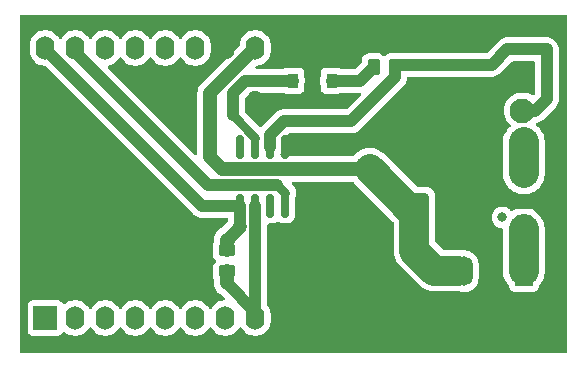
<source format=gbr>
%TF.GenerationSoftware,KiCad,Pcbnew,8.0.3*%
%TF.CreationDate,2024-09-12T16:22:09+02:00*%
%TF.ProjectId,LG-remote,4c472d72-656d-46f7-9465-2e6b69636164,rev?*%
%TF.SameCoordinates,Original*%
%TF.FileFunction,Copper,L1,Top*%
%TF.FilePolarity,Positive*%
%FSLAX46Y46*%
G04 Gerber Fmt 4.6, Leading zero omitted, Abs format (unit mm)*
G04 Created by KiCad (PCBNEW 8.0.3) date 2024-09-12 16:22:09*
%MOMM*%
%LPD*%
G01*
G04 APERTURE LIST*
G04 Aperture macros list*
%AMRoundRect*
0 Rectangle with rounded corners*
0 $1 Rounding radius*
0 $2 $3 $4 $5 $6 $7 $8 $9 X,Y pos of 4 corners*
0 Add a 4 corners polygon primitive as box body*
4,1,4,$2,$3,$4,$5,$6,$7,$8,$9,$2,$3,0*
0 Add four circle primitives for the rounded corners*
1,1,$1+$1,$2,$3*
1,1,$1+$1,$4,$5*
1,1,$1+$1,$6,$7*
1,1,$1+$1,$8,$9*
0 Add four rect primitives between the rounded corners*
20,1,$1+$1,$2,$3,$4,$5,0*
20,1,$1+$1,$4,$5,$6,$7,0*
20,1,$1+$1,$6,$7,$8,$9,0*
20,1,$1+$1,$8,$9,$2,$3,0*%
G04 Aperture macros list end*
%TA.AperFunction,ComponentPad*%
%ADD10R,2.100000X2.100000*%
%TD*%
%TA.AperFunction,ComponentPad*%
%ADD11C,2.100000*%
%TD*%
%TA.AperFunction,SMDPad,CuDef*%
%ADD12R,1.200000X0.900000*%
%TD*%
%TA.AperFunction,SMDPad,CuDef*%
%ADD13RoundRect,0.250000X1.000000X-1.500000X1.000000X1.500000X-1.000000X1.500000X-1.000000X-1.500000X0*%
%TD*%
%TA.AperFunction,SMDPad,CuDef*%
%ADD14RoundRect,0.250000X-0.262500X-0.450000X0.262500X-0.450000X0.262500X0.450000X-0.262500X0.450000X0*%
%TD*%
%TA.AperFunction,SMDPad,CuDef*%
%ADD15RoundRect,0.250000X-0.250000X-0.475000X0.250000X-0.475000X0.250000X0.475000X-0.250000X0.475000X0*%
%TD*%
%TA.AperFunction,SMDPad,CuDef*%
%ADD16RoundRect,0.150000X0.150000X-0.825000X0.150000X0.825000X-0.150000X0.825000X-0.150000X-0.825000X0*%
%TD*%
%TA.AperFunction,ComponentPad*%
%ADD17R,1.500000X2.500000*%
%TD*%
%TA.AperFunction,ComponentPad*%
%ADD18O,1.500000X2.500000*%
%TD*%
%TA.AperFunction,SMDPad,CuDef*%
%ADD19RoundRect,0.250000X-0.450000X0.262500X-0.450000X-0.262500X0.450000X-0.262500X0.450000X0.262500X0*%
%TD*%
%TA.AperFunction,ComponentPad*%
%ADD20R,2.000000X2.000000*%
%TD*%
%TA.AperFunction,ComponentPad*%
%ADD21O,1.600000X2.000000*%
%TD*%
%TA.AperFunction,SMDPad,CuDef*%
%ADD22RoundRect,0.250000X0.475000X-0.250000X0.475000X0.250000X-0.475000X0.250000X-0.475000X-0.250000X0*%
%TD*%
%TA.AperFunction,SMDPad,CuDef*%
%ADD23R,0.900000X1.200000*%
%TD*%
%TA.AperFunction,ViaPad*%
%ADD24C,0.800000*%
%TD*%
%TA.AperFunction,Conductor*%
%ADD25C,1.000000*%
%TD*%
%TA.AperFunction,Conductor*%
%ADD26C,0.250000*%
%TD*%
%TA.AperFunction,Conductor*%
%ADD27C,2.500000*%
%TD*%
%TA.AperFunction,Conductor*%
%ADD28C,0.600000*%
%TD*%
%TA.AperFunction,Conductor*%
%ADD29C,1.200000*%
%TD*%
%TA.AperFunction,Conductor*%
%ADD30C,0.800000*%
%TD*%
%TA.AperFunction,Conductor*%
%ADD31C,1.100000*%
%TD*%
G04 APERTURE END LIST*
D10*
%TO.P,J1,1,Pin_1*%
%TO.N,GND*%
X139446000Y-81915000D03*
D11*
%TO.P,J1,2,Pin_2*%
%TO.N,/LIN*%
X139446000Y-84455000D03*
%TO.P,J1,3,Pin_3*%
%TO.N,+12V*%
X139446000Y-86995000D03*
%TD*%
D12*
%TO.P,D1,1,K*%
%TO.N,+12V*%
X139573000Y-93725000D03*
%TO.P,D1,2,A*%
X139573000Y-90425000D03*
%TD*%
D13*
%TO.P,C3,1*%
%TO.N,+5V*%
X130302000Y-93166000D03*
%TO.P,C3,2*%
%TO.N,GND*%
X130302000Y-86666000D03*
%TD*%
D14*
%TO.P,R1,1*%
%TO.N,Net-(D2-Pad1)*%
X126849500Y-80772000D03*
%TO.P,R1,2*%
%TO.N,/LIN*%
X128674500Y-80772000D03*
%TD*%
D15*
%TO.P,C2,1*%
%TO.N,+12V*%
X114940000Y-83566000D03*
%TO.P,C2,2*%
%TO.N,GND*%
X116840000Y-83566000D03*
%TD*%
D16*
%TO.P,U2,1,RXD*%
%TO.N,/RXD*%
X115570000Y-92518000D03*
%TO.P,U2,2,CS/LWAKE*%
%TO.N,+3V3*%
X116840000Y-92518000D03*
%TO.P,U2,3,VREG*%
%TO.N,unconnected-(U2-Pad3)*%
X118110000Y-92518000D03*
%TO.P,U2,4,TXD*%
%TO.N,/TXD*%
X119380000Y-92518000D03*
%TO.P,U2,5,VSS*%
%TO.N,GND*%
X119380000Y-87568000D03*
%TO.P,U2,6,LBUS*%
%TO.N,/LIN*%
X118110000Y-87568000D03*
%TO.P,U2,7,VBB*%
%TO.N,+12V*%
X116840000Y-87568000D03*
%TO.P,U2,8,~{FAULT}/TXE*%
%TO.N,unconnected-(U2-Pad8)*%
X115570000Y-87568000D03*
%TD*%
D17*
%TO.P,U1,1,Vin*%
%TO.N,+12V*%
X139573000Y-98044000D03*
D18*
%TO.P,U1,2,GND*%
%TO.N,GND*%
X137033000Y-98044000D03*
%TO.P,U1,3,Vout*%
%TO.N,+5V*%
X134493000Y-98044000D03*
%TD*%
D19*
%TO.P,R2,1*%
%TO.N,/RXD*%
X114427000Y-96242500D03*
%TO.P,R2,2*%
%TO.N,+3V3*%
X114427000Y-98067500D03*
%TD*%
D20*
%TO.P,U3,1,~{RST}*%
%TO.N,unconnected-(U3-Pad1)*%
X99060000Y-102004000D03*
D21*
%TO.P,U3,2,A0*%
%TO.N,unconnected-(U3-Pad2)*%
X101600000Y-102004000D03*
%TO.P,U3,3,D0*%
%TO.N,unconnected-(U3-Pad3)*%
X104140000Y-102004000D03*
%TO.P,U3,4,SCK/D5*%
%TO.N,unconnected-(U3-Pad4)*%
X106680000Y-102004000D03*
%TO.P,U3,5,MISO/D6*%
%TO.N,unconnected-(U3-Pad5)*%
X109220000Y-102004000D03*
%TO.P,U3,6,MOSI/D7*%
%TO.N,unconnected-(U3-Pad6)*%
X111760000Y-102004000D03*
%TO.P,U3,7,CS/D8*%
%TO.N,unconnected-(U3-Pad7)*%
X114300000Y-102004000D03*
%TO.P,U3,8,3V3*%
%TO.N,+3V3*%
X116840000Y-102004000D03*
%TO.P,U3,9,5V*%
%TO.N,+5V*%
X116840000Y-79144000D03*
%TO.P,U3,10,GND*%
%TO.N,GND*%
X114300000Y-79144000D03*
%TO.P,U3,11,D4*%
%TO.N,unconnected-(U3-Pad11)*%
X111760000Y-79144000D03*
%TO.P,U3,12,D3*%
%TO.N,unconnected-(U3-Pad12)*%
X109220000Y-79144000D03*
%TO.P,U3,13,SDA/D2*%
%TO.N,unconnected-(U3-Pad13)*%
X106680000Y-79144000D03*
%TO.P,U3,14,SCL/D1*%
%TO.N,unconnected-(U3-Pad14)*%
X104140000Y-79144000D03*
%TO.P,U3,15,RX*%
%TO.N,/TXD*%
X101600000Y-79144000D03*
%TO.P,U3,16,TX*%
%TO.N,/RXD*%
X99060000Y-79144000D03*
%TD*%
D22*
%TO.P,C1,1*%
%TO.N,/LIN*%
X132588000Y-80579000D03*
%TO.P,C1,2*%
%TO.N,GND*%
X132588000Y-78679000D03*
%TD*%
D23*
%TO.P,D2,1,K*%
%TO.N,Net-(D2-Pad1)*%
X123316000Y-81915000D03*
%TO.P,D2,2,A*%
%TO.N,+12V*%
X120016000Y-81915000D03*
%TD*%
D24*
%TO.N,+12V*%
X137750000Y-93500000D03*
%TO.N,GND*%
X120500000Y-80250000D03*
X117250000Y-85000000D03*
%TO.N,+12V*%
X138750000Y-94500000D03*
X116250000Y-81910000D03*
X117250000Y-81910000D03*
X118250000Y-81910000D03*
X139500000Y-95750000D03*
%TO.N,GND*%
X134500000Y-93750000D03*
X108750000Y-99000000D03*
X124500000Y-83500000D03*
X109250000Y-96500000D03*
X101750000Y-96750000D03*
X102750000Y-89500000D03*
X105250000Y-94000000D03*
X105250000Y-98250000D03*
X122750000Y-94000000D03*
X123500000Y-96750000D03*
X123750000Y-100500000D03*
X137250000Y-82000000D03*
X134250000Y-82750000D03*
X137000000Y-83500000D03*
X136750000Y-85750000D03*
X137000000Y-89000000D03*
X136500000Y-95000000D03*
X133000000Y-95250000D03*
X133000000Y-91750000D03*
X127250000Y-85500000D03*
X130250000Y-82500000D03*
X108500000Y-83500000D03*
X111250000Y-83750000D03*
X111000000Y-86500000D03*
X110250000Y-81250000D03*
X108500000Y-81250000D03*
X112250000Y-81250000D03*
X105500000Y-81000000D03*
X100500000Y-83500000D03*
X103750000Y-86250000D03*
X107000000Y-89750000D03*
X109750000Y-93000000D03*
X112750000Y-99750000D03*
X113000000Y-94250000D03*
X118500000Y-100250000D03*
X118500000Y-97000000D03*
X137000000Y-101000000D03*
X131000000Y-100500000D03*
X128000000Y-97500000D03*
X127750000Y-94500000D03*
X125000000Y-91500000D03*
X121000000Y-91250000D03*
X118500000Y-94750000D03*
X142250000Y-85750000D03*
X142250000Y-89750000D03*
X142250000Y-96000000D03*
X142250000Y-99500000D03*
X142250000Y-101750000D03*
X142250000Y-104250000D03*
X139000000Y-104250000D03*
X134750000Y-104250000D03*
X131500000Y-104250000D03*
X128500000Y-104250000D03*
X122750000Y-104250000D03*
X117500000Y-104250000D03*
X113000000Y-104250000D03*
X108000000Y-104250000D03*
X103000000Y-104250000D03*
X97750000Y-104250000D03*
X97750000Y-99750000D03*
X97750000Y-97500000D03*
X97750000Y-94750000D03*
X97750000Y-91500000D03*
X97750000Y-88250000D03*
X97750000Y-84500000D03*
X97750000Y-81000000D03*
X97750000Y-77250000D03*
X103000000Y-77250000D03*
X105250000Y-77250000D03*
X107750000Y-77250000D03*
X110500000Y-77250000D03*
X115500000Y-77250000D03*
X120250000Y-77250000D03*
X124500000Y-77250000D03*
X129750000Y-77250000D03*
X139750000Y-77250000D03*
X142250000Y-77250000D03*
X118364000Y-83566000D03*
X121500000Y-87500000D03*
X134366000Y-78613000D03*
X136144000Y-78613000D03*
%TD*%
D25*
%TO.N,+12V*%
X116000000Y-81910000D02*
X118250000Y-81910000D01*
X118250000Y-81910000D02*
X120011000Y-81910000D01*
D26*
X139573000Y-93725000D02*
X139573000Y-94500000D01*
D27*
%TO.N,+5V*%
X134000000Y-98000000D02*
X132000000Y-98000000D01*
X130302000Y-96302000D02*
X130302000Y-93166000D01*
X132000000Y-98000000D02*
X130302000Y-96302000D01*
%TO.N,+12V*%
X139573000Y-89750000D02*
X139573000Y-87122000D01*
X139573000Y-98044000D02*
X139573000Y-94500000D01*
D25*
%TO.N,/LIN*%
X139446000Y-84455000D02*
X140545000Y-84455000D01*
X140545000Y-84455000D02*
X141500000Y-83500000D01*
X141500000Y-83500000D02*
X141500000Y-79248000D01*
X141500000Y-79248000D02*
X138176000Y-79248000D01*
X138176000Y-79248000D02*
X136845000Y-80579000D01*
X136845000Y-80579000D02*
X132588000Y-80579000D01*
D28*
%TO.N,/RXD*%
X115570000Y-92518000D02*
X115268000Y-92518000D01*
X115268000Y-92518000D02*
X115250000Y-92500000D01*
D25*
X115250000Y-92500000D02*
X112312000Y-92500000D01*
X112312000Y-92500000D02*
X99060000Y-79248000D01*
X99060000Y-79248000D02*
X99060000Y-79144000D01*
D29*
%TO.N,+5V*%
X116840000Y-79144000D02*
X116840000Y-79160000D01*
X113030000Y-88392000D02*
X114019330Y-89381330D01*
X116840000Y-79160000D02*
X113030000Y-82970000D01*
X113030000Y-82970000D02*
X113030000Y-88392000D01*
X114019330Y-89381330D02*
X126517330Y-89381330D01*
D27*
X126517330Y-89381330D02*
X130302000Y-93166000D01*
D25*
%TO.N,/TXD*%
X101600000Y-79144000D02*
X101600000Y-79502000D01*
X101600000Y-79502000D02*
X112848000Y-90750000D01*
X112848000Y-90750000D02*
X118690000Y-90750000D01*
D30*
X118690000Y-90750000D02*
X119380000Y-91440000D01*
D28*
X119380000Y-91440000D02*
X119380000Y-92518000D01*
D25*
%TO.N,+12V*%
X114940000Y-83566000D02*
X114940000Y-82970000D01*
X114940000Y-82970000D02*
X116000000Y-81910000D01*
X120011000Y-81910000D02*
X120016000Y-81915000D01*
%TO.N,/LIN*%
X128867500Y-80579000D02*
X128674500Y-80772000D01*
X132588000Y-80579000D02*
X128867500Y-80579000D01*
X118110000Y-86487000D02*
X118110000Y-87568000D01*
X124968000Y-85344000D02*
X119253000Y-85344000D01*
X128674500Y-80772000D02*
X128674500Y-81637500D01*
X119253000Y-85344000D02*
X118110000Y-86487000D01*
X128674500Y-81637500D02*
X124968000Y-85344000D01*
D26*
%TO.N,GND*%
X120842000Y-87568000D02*
X120904000Y-87630000D01*
D30*
%TO.N,+12V*%
X114935000Y-83571000D02*
X114940000Y-83566000D01*
X116840000Y-86741000D02*
X114935000Y-84836000D01*
D25*
X114935000Y-84836000D02*
X114935000Y-83571000D01*
D28*
X116840000Y-87568000D02*
X116840000Y-86741000D01*
D26*
X139573000Y-87122000D02*
X139446000Y-86995000D01*
D25*
%TO.N,Net-(D2-Pad1)*%
X123316000Y-81915000D02*
X125706500Y-81915000D01*
X125706500Y-81915000D02*
X126849500Y-80772000D01*
D31*
%TO.N,/RXD*%
X114427000Y-95377000D02*
X115570000Y-94234000D01*
D29*
X114427000Y-96242500D02*
X114427000Y-95377000D01*
D25*
X115570000Y-94234000D02*
X115570000Y-92518000D01*
%TO.N,+3V3*%
X116840000Y-101473000D02*
X116840000Y-102004000D01*
X116840000Y-92518000D02*
X116840000Y-102004000D01*
D29*
X114427000Y-98067500D02*
X114427000Y-99060000D01*
D25*
X114427000Y-99060000D02*
X116840000Y-101473000D01*
%TD*%
%TA.AperFunction,Conductor*%
%TO.N,GND*%
G36*
X143192121Y-76346002D02*
G01*
X143238614Y-76399658D01*
X143250000Y-76452000D01*
X143250000Y-104874000D01*
X143229998Y-104942121D01*
X143176342Y-104988614D01*
X143124000Y-105000000D01*
X97027000Y-105000000D01*
X96958879Y-104979998D01*
X96912386Y-104926342D01*
X96901000Y-104874000D01*
X96901000Y-100955350D01*
X97551500Y-100955350D01*
X97551500Y-103052649D01*
X97558009Y-103113196D01*
X97558011Y-103113204D01*
X97609110Y-103250202D01*
X97609112Y-103250207D01*
X97696738Y-103367261D01*
X97813792Y-103454887D01*
X97813794Y-103454888D01*
X97813796Y-103454889D01*
X97872875Y-103476924D01*
X97950795Y-103505988D01*
X97950803Y-103505990D01*
X98011350Y-103512499D01*
X98011355Y-103512499D01*
X98011362Y-103512500D01*
X98011368Y-103512500D01*
X100108632Y-103512500D01*
X100108638Y-103512500D01*
X100108645Y-103512499D01*
X100108649Y-103512499D01*
X100169196Y-103505990D01*
X100169199Y-103505989D01*
X100169201Y-103505989D01*
X100306204Y-103454889D01*
X100423261Y-103367261D01*
X100510889Y-103250204D01*
X100519746Y-103226455D01*
X100562291Y-103169622D01*
X100628811Y-103144811D01*
X100698186Y-103159902D01*
X100726896Y-103181395D01*
X100747564Y-103202063D01*
X100747567Y-103202065D01*
X100747570Y-103202068D01*
X100914197Y-103323129D01*
X101097710Y-103416634D01*
X101293592Y-103480280D01*
X101497019Y-103512500D01*
X101497022Y-103512500D01*
X101702978Y-103512500D01*
X101702981Y-103512500D01*
X101906408Y-103480280D01*
X102102290Y-103416634D01*
X102285803Y-103323129D01*
X102452430Y-103202068D01*
X102598068Y-103056430D01*
X102719129Y-102889803D01*
X102757734Y-102814034D01*
X102806481Y-102762422D01*
X102875396Y-102745356D01*
X102942598Y-102768257D01*
X102982264Y-102814034D01*
X103020871Y-102889803D01*
X103141932Y-103056430D01*
X103141934Y-103056432D01*
X103141936Y-103056435D01*
X103287564Y-103202063D01*
X103287567Y-103202065D01*
X103287570Y-103202068D01*
X103454197Y-103323129D01*
X103637710Y-103416634D01*
X103833592Y-103480280D01*
X104037019Y-103512500D01*
X104037022Y-103512500D01*
X104242978Y-103512500D01*
X104242981Y-103512500D01*
X104446408Y-103480280D01*
X104642290Y-103416634D01*
X104825803Y-103323129D01*
X104992430Y-103202068D01*
X105138068Y-103056430D01*
X105259129Y-102889803D01*
X105297734Y-102814034D01*
X105346481Y-102762422D01*
X105415396Y-102745356D01*
X105482598Y-102768257D01*
X105522264Y-102814034D01*
X105560871Y-102889803D01*
X105681932Y-103056430D01*
X105681934Y-103056432D01*
X105681936Y-103056435D01*
X105827564Y-103202063D01*
X105827567Y-103202065D01*
X105827570Y-103202068D01*
X105994197Y-103323129D01*
X106177710Y-103416634D01*
X106373592Y-103480280D01*
X106577019Y-103512500D01*
X106577022Y-103512500D01*
X106782978Y-103512500D01*
X106782981Y-103512500D01*
X106986408Y-103480280D01*
X107182290Y-103416634D01*
X107365803Y-103323129D01*
X107532430Y-103202068D01*
X107678068Y-103056430D01*
X107799129Y-102889803D01*
X107837734Y-102814034D01*
X107886481Y-102762422D01*
X107955396Y-102745356D01*
X108022598Y-102768257D01*
X108062264Y-102814034D01*
X108100871Y-102889803D01*
X108221932Y-103056430D01*
X108221934Y-103056432D01*
X108221936Y-103056435D01*
X108367564Y-103202063D01*
X108367567Y-103202065D01*
X108367570Y-103202068D01*
X108534197Y-103323129D01*
X108717710Y-103416634D01*
X108913592Y-103480280D01*
X109117019Y-103512500D01*
X109117022Y-103512500D01*
X109322978Y-103512500D01*
X109322981Y-103512500D01*
X109526408Y-103480280D01*
X109722290Y-103416634D01*
X109905803Y-103323129D01*
X110072430Y-103202068D01*
X110218068Y-103056430D01*
X110339129Y-102889803D01*
X110377734Y-102814034D01*
X110426481Y-102762422D01*
X110495396Y-102745356D01*
X110562598Y-102768257D01*
X110602264Y-102814034D01*
X110640871Y-102889803D01*
X110761932Y-103056430D01*
X110761934Y-103056432D01*
X110761936Y-103056435D01*
X110907564Y-103202063D01*
X110907567Y-103202065D01*
X110907570Y-103202068D01*
X111074197Y-103323129D01*
X111257710Y-103416634D01*
X111453592Y-103480280D01*
X111657019Y-103512500D01*
X111657022Y-103512500D01*
X111862978Y-103512500D01*
X111862981Y-103512500D01*
X112066408Y-103480280D01*
X112262290Y-103416634D01*
X112445803Y-103323129D01*
X112612430Y-103202068D01*
X112758068Y-103056430D01*
X112879129Y-102889803D01*
X112917734Y-102814034D01*
X112966481Y-102762422D01*
X113035396Y-102745356D01*
X113102598Y-102768257D01*
X113142264Y-102814034D01*
X113180871Y-102889803D01*
X113301932Y-103056430D01*
X113301934Y-103056432D01*
X113301936Y-103056435D01*
X113447564Y-103202063D01*
X113447567Y-103202065D01*
X113447570Y-103202068D01*
X113614197Y-103323129D01*
X113797710Y-103416634D01*
X113993592Y-103480280D01*
X114197019Y-103512500D01*
X114197022Y-103512500D01*
X114402978Y-103512500D01*
X114402981Y-103512500D01*
X114606408Y-103480280D01*
X114802290Y-103416634D01*
X114985803Y-103323129D01*
X115152430Y-103202068D01*
X115298068Y-103056430D01*
X115419129Y-102889803D01*
X115457734Y-102814034D01*
X115506481Y-102762422D01*
X115575396Y-102745356D01*
X115642598Y-102768257D01*
X115682264Y-102814034D01*
X115720871Y-102889803D01*
X115841932Y-103056430D01*
X115841934Y-103056432D01*
X115841936Y-103056435D01*
X115987564Y-103202063D01*
X115987567Y-103202065D01*
X115987570Y-103202068D01*
X116154197Y-103323129D01*
X116337710Y-103416634D01*
X116533592Y-103480280D01*
X116737019Y-103512500D01*
X116737022Y-103512500D01*
X116942978Y-103512500D01*
X116942981Y-103512500D01*
X117146408Y-103480280D01*
X117342290Y-103416634D01*
X117525803Y-103323129D01*
X117692430Y-103202068D01*
X117838068Y-103056430D01*
X117959129Y-102889803D01*
X118052634Y-102706290D01*
X118116280Y-102510408D01*
X118148500Y-102306981D01*
X118148500Y-101701019D01*
X118116280Y-101497592D01*
X118052634Y-101301710D01*
X117959129Y-101118197D01*
X117959127Y-101118195D01*
X117959125Y-101118190D01*
X117872564Y-100999048D01*
X117848705Y-100932181D01*
X117848500Y-100924988D01*
X117848500Y-94127500D01*
X117868502Y-94059379D01*
X117922158Y-94012886D01*
X117974500Y-94001500D01*
X118326511Y-94001500D01*
X118326511Y-94001499D01*
X118363831Y-93998562D01*
X118523601Y-93952145D01*
X118523603Y-93952143D01*
X118523605Y-93952143D01*
X118621252Y-93894394D01*
X118666807Y-93867453D01*
X118666814Y-93867445D01*
X118667767Y-93866708D01*
X118668662Y-93866356D01*
X118673631Y-93863418D01*
X118674104Y-93864219D01*
X118733850Y-93840756D01*
X118803474Y-93854652D01*
X118822233Y-93866708D01*
X118823189Y-93867449D01*
X118823193Y-93867453D01*
X118823197Y-93867455D01*
X118823198Y-93867456D01*
X118966394Y-93952143D01*
X118966397Y-93952143D01*
X118966399Y-93952145D01*
X119126169Y-93998562D01*
X119163488Y-94001499D01*
X119163489Y-94001500D01*
X119163498Y-94001500D01*
X119596511Y-94001500D01*
X119596511Y-94001499D01*
X119633831Y-93998562D01*
X119793601Y-93952145D01*
X119793603Y-93952143D01*
X119793605Y-93952143D01*
X119891252Y-93894394D01*
X119936807Y-93867453D01*
X120054453Y-93749807D01*
X120139145Y-93606601D01*
X120185562Y-93446831D01*
X120188499Y-93409511D01*
X120188500Y-93409511D01*
X120188500Y-91887195D01*
X120198091Y-91838977D01*
X120253586Y-91704999D01*
X120288500Y-91529479D01*
X120288500Y-91350520D01*
X120253586Y-91175000D01*
X120185102Y-91009664D01*
X120085677Y-90860864D01*
X119929738Y-90704925D01*
X119895712Y-90642613D01*
X119900777Y-90571798D01*
X119943324Y-90514962D01*
X120009844Y-90490151D01*
X120018833Y-90489830D01*
X125089234Y-90489830D01*
X125157355Y-90509832D01*
X125189194Y-90539123D01*
X125192376Y-90543270D01*
X125192392Y-90543288D01*
X128506595Y-93857489D01*
X128540620Y-93919801D01*
X128543500Y-93946584D01*
X128543500Y-96417260D01*
X128573587Y-96645794D01*
X128573588Y-96645800D01*
X128573589Y-96645802D01*
X128622338Y-96827738D01*
X128633252Y-96868467D01*
X128659088Y-96930841D01*
X128721463Y-97081429D01*
X128721468Y-97081438D01*
X128761212Y-97150276D01*
X128761214Y-97150279D01*
X128836723Y-97281066D01*
X128977047Y-97463941D01*
X128977062Y-97463958D01*
X130838042Y-99324937D01*
X130838051Y-99324945D01*
X130838053Y-99324947D01*
X131020934Y-99465276D01*
X131220567Y-99580535D01*
X131433536Y-99668750D01*
X131656198Y-99728411D01*
X131656202Y-99728411D01*
X131656204Y-99728412D01*
X131715102Y-99736166D01*
X131884742Y-99758500D01*
X131884749Y-99758500D01*
X134115251Y-99758500D01*
X134115258Y-99758500D01*
X134117587Y-99758193D01*
X134118562Y-99758282D01*
X134119370Y-99758230D01*
X134119378Y-99758357D01*
X134172971Y-99763281D01*
X134198300Y-99771512D01*
X134393954Y-99802500D01*
X134393957Y-99802500D01*
X134592043Y-99802500D01*
X134592046Y-99802500D01*
X134787700Y-99771512D01*
X134976097Y-99710298D01*
X135152598Y-99620366D01*
X135312858Y-99503930D01*
X135452930Y-99363858D01*
X135569366Y-99203598D01*
X135659298Y-99027097D01*
X135720512Y-98838700D01*
X135751500Y-98643046D01*
X135751500Y-98176685D01*
X135752578Y-98160239D01*
X135752708Y-98159251D01*
X135758500Y-98115258D01*
X135758500Y-97884742D01*
X135752578Y-97839760D01*
X135751500Y-97823314D01*
X135751500Y-97444957D01*
X135751500Y-97444954D01*
X135720512Y-97249300D01*
X135659298Y-97060903D01*
X135569366Y-96884402D01*
X135491404Y-96777097D01*
X135452928Y-96724139D01*
X135312860Y-96584071D01*
X135152601Y-96467636D01*
X135152600Y-96467635D01*
X135152598Y-96467634D01*
X134976097Y-96377702D01*
X134787700Y-96316488D01*
X134592046Y-96285500D01*
X134592043Y-96285500D01*
X134412308Y-96285500D01*
X134379698Y-96281207D01*
X134343797Y-96271587D01*
X134115260Y-96241500D01*
X134115258Y-96241500D01*
X132780585Y-96241500D01*
X132712464Y-96221498D01*
X132691489Y-96204595D01*
X132097404Y-95610509D01*
X132063379Y-95548197D01*
X132060500Y-95521414D01*
X132060500Y-93500000D01*
X136836496Y-93500000D01*
X136856457Y-93689927D01*
X136875914Y-93749807D01*
X136915473Y-93871556D01*
X136915476Y-93871561D01*
X137010958Y-94036941D01*
X137010965Y-94036951D01*
X137138744Y-94178864D01*
X137138747Y-94178866D01*
X137293248Y-94291118D01*
X137467712Y-94368794D01*
X137654513Y-94408500D01*
X137688500Y-94408500D01*
X137756621Y-94428502D01*
X137803114Y-94482158D01*
X137814500Y-94534500D01*
X137814500Y-98159260D01*
X137844587Y-98387794D01*
X137844588Y-98387800D01*
X137844589Y-98387802D01*
X137904251Y-98610464D01*
X137992465Y-98823433D01*
X138107724Y-99023066D01*
X138248053Y-99205947D01*
X138277595Y-99235489D01*
X138311620Y-99297799D01*
X138314500Y-99324584D01*
X138314500Y-99342649D01*
X138321009Y-99403196D01*
X138321011Y-99403204D01*
X138372110Y-99540202D01*
X138372112Y-99540207D01*
X138459738Y-99657261D01*
X138576792Y-99744887D01*
X138576794Y-99744888D01*
X138576796Y-99744889D01*
X138626109Y-99763282D01*
X138713795Y-99795988D01*
X138713803Y-99795990D01*
X138774350Y-99802499D01*
X138774355Y-99802499D01*
X138774362Y-99802500D01*
X138774368Y-99802500D01*
X140371632Y-99802500D01*
X140371638Y-99802500D01*
X140371645Y-99802499D01*
X140371649Y-99802499D01*
X140432196Y-99795990D01*
X140432199Y-99795989D01*
X140432201Y-99795989D01*
X140569204Y-99744889D01*
X140615414Y-99710297D01*
X140686261Y-99657261D01*
X140773887Y-99540207D01*
X140773887Y-99540206D01*
X140773889Y-99540204D01*
X140824989Y-99403201D01*
X140829219Y-99363860D01*
X140831499Y-99342649D01*
X140831500Y-99342632D01*
X140831500Y-99324584D01*
X140851502Y-99256463D01*
X140868401Y-99235492D01*
X140897947Y-99205947D01*
X141038276Y-99023066D01*
X141153535Y-98823433D01*
X141241749Y-98610464D01*
X141301411Y-98387802D01*
X141331500Y-98159258D01*
X141331500Y-94384742D01*
X141301411Y-94156198D01*
X141241749Y-93933536D01*
X141153535Y-93720567D01*
X141038276Y-93520934D01*
X140897947Y-93338053D01*
X140897946Y-93338052D01*
X140897937Y-93338042D01*
X140734962Y-93175067D01*
X140734954Y-93175060D01*
X140734947Y-93175053D01*
X140684489Y-93136335D01*
X140643140Y-93080408D01*
X140634247Y-93056568D01*
X140623889Y-93028796D01*
X140623887Y-93028794D01*
X140623887Y-93028792D01*
X140536261Y-92911738D01*
X140419207Y-92824112D01*
X140419202Y-92824110D01*
X140282204Y-92773011D01*
X140282196Y-92773009D01*
X140221649Y-92766500D01*
X140221638Y-92766500D01*
X139886407Y-92766500D01*
X139869961Y-92765422D01*
X139688259Y-92741500D01*
X139688258Y-92741500D01*
X139457742Y-92741500D01*
X139457740Y-92741500D01*
X139276039Y-92765422D01*
X139259593Y-92766500D01*
X138924350Y-92766500D01*
X138863803Y-92773009D01*
X138863795Y-92773011D01*
X138726797Y-92824110D01*
X138726792Y-92824112D01*
X138602525Y-92917139D01*
X138600303Y-92914171D01*
X138553290Y-92939745D01*
X138482482Y-92934567D01*
X138433067Y-92900892D01*
X138363932Y-92824110D01*
X138361253Y-92821134D01*
X138284572Y-92765422D01*
X138206752Y-92708882D01*
X138032288Y-92631206D01*
X137845487Y-92591500D01*
X137654513Y-92591500D01*
X137467711Y-92631206D01*
X137293247Y-92708882D01*
X137138744Y-92821135D01*
X137010965Y-92963048D01*
X137010958Y-92963058D01*
X136915476Y-93128438D01*
X136915473Y-93128445D01*
X136856457Y-93310072D01*
X136836496Y-93500000D01*
X132060500Y-93500000D01*
X132060500Y-93044530D01*
X132060499Y-93044508D01*
X132060499Y-91615455D01*
X132049887Y-91511574D01*
X132019128Y-91418748D01*
X131994115Y-91343262D01*
X131901030Y-91192348D01*
X131901029Y-91192347D01*
X131901024Y-91192341D01*
X131775658Y-91066975D01*
X131775652Y-91066970D01*
X131624738Y-90973885D01*
X131540582Y-90945999D01*
X131456427Y-90918113D01*
X131456420Y-90918112D01*
X131352553Y-90907500D01*
X131352545Y-90907500D01*
X130582584Y-90907500D01*
X130514463Y-90887498D01*
X130493489Y-90870595D01*
X127679288Y-88056392D01*
X127679271Y-88056377D01*
X127496396Y-87916053D01*
X127296775Y-87800802D01*
X127296769Y-87800799D01*
X127296766Y-87800797D01*
X127296763Y-87800796D01*
X127083795Y-87712581D01*
X126861132Y-87652919D01*
X126861130Y-87652918D01*
X126861124Y-87652917D01*
X126632590Y-87622830D01*
X126632588Y-87622830D01*
X126402072Y-87622830D01*
X126402069Y-87622830D01*
X126173535Y-87652917D01*
X125950865Y-87712581D01*
X125737890Y-87800799D01*
X125737884Y-87800802D01*
X125538263Y-87916053D01*
X125355388Y-88056377D01*
X125355371Y-88056392D01*
X125192392Y-88219371D01*
X125192376Y-88219389D01*
X125189194Y-88223537D01*
X125131855Y-88265403D01*
X125089234Y-88272830D01*
X119087689Y-88272830D01*
X119019568Y-88252828D01*
X118973075Y-88199172D01*
X118962971Y-88128898D01*
X118982922Y-88076830D01*
X119003721Y-88045704D01*
X119079744Y-87862169D01*
X119118500Y-87667329D01*
X119118500Y-86956924D01*
X119138502Y-86888803D01*
X119155405Y-86867829D01*
X119633829Y-86389405D01*
X119696141Y-86355379D01*
X119722924Y-86352500D01*
X125067328Y-86352500D01*
X125067329Y-86352500D01*
X125262169Y-86313744D01*
X125445704Y-86237721D01*
X125610881Y-86127353D01*
X125751353Y-85986881D01*
X125751352Y-85986881D01*
X125810866Y-85927367D01*
X125810865Y-85927367D01*
X129457854Y-82280381D01*
X129568222Y-82115203D01*
X129624018Y-81980499D01*
X129644244Y-81931669D01*
X129683000Y-81736829D01*
X129683000Y-81713500D01*
X129703002Y-81645379D01*
X129756658Y-81598886D01*
X129809000Y-81587500D01*
X136944328Y-81587500D01*
X136944329Y-81587500D01*
X137139169Y-81548744D01*
X137322704Y-81472721D01*
X137487881Y-81362353D01*
X137628353Y-81221881D01*
X138556829Y-80293405D01*
X138619141Y-80259379D01*
X138645924Y-80256500D01*
X140365500Y-80256500D01*
X140433621Y-80276502D01*
X140480114Y-80330158D01*
X140491500Y-80382500D01*
X140491500Y-83030074D01*
X140471498Y-83098195D01*
X140454590Y-83119175D01*
X140446673Y-83127091D01*
X140384358Y-83161112D01*
X140313543Y-83156043D01*
X140291749Y-83145423D01*
X140164477Y-83067432D01*
X140155732Y-83062073D01*
X139929092Y-82968195D01*
X139690557Y-82910928D01*
X139446000Y-82891681D01*
X139201443Y-82910928D01*
X138962907Y-82968195D01*
X138736266Y-83062074D01*
X138527107Y-83190245D01*
X138340567Y-83349567D01*
X138181245Y-83536107D01*
X138053074Y-83745266D01*
X137959195Y-83971907D01*
X137918723Y-84140485D01*
X137901928Y-84210443D01*
X137882681Y-84455000D01*
X137901928Y-84699557D01*
X137959195Y-84938092D01*
X138053073Y-85164732D01*
X138053074Y-85164733D01*
X138181245Y-85373892D01*
X138181246Y-85373894D01*
X138181248Y-85373896D01*
X138303767Y-85517346D01*
X138340569Y-85560435D01*
X138402556Y-85613377D01*
X138441366Y-85672827D01*
X138441873Y-85743822D01*
X138409822Y-85798283D01*
X138248053Y-85960052D01*
X138107721Y-86142938D01*
X137992471Y-86342555D01*
X137992466Y-86342565D01*
X137904251Y-86555536D01*
X137844587Y-86778205D01*
X137814500Y-87006739D01*
X137814500Y-89865260D01*
X137844587Y-90093794D01*
X137844588Y-90093800D01*
X137844589Y-90093802D01*
X137904251Y-90316464D01*
X137992465Y-90529433D01*
X137992466Y-90529434D01*
X137992471Y-90529444D01*
X138057810Y-90642613D01*
X138107724Y-90729066D01*
X138208856Y-90860864D01*
X138248053Y-90911947D01*
X138248062Y-90911957D01*
X138411042Y-91074937D01*
X138411052Y-91074946D01*
X138411053Y-91074947D01*
X138576879Y-91202189D01*
X138601038Y-91226638D01*
X138609739Y-91238261D01*
X138609740Y-91238262D01*
X138726791Y-91325886D01*
X138726792Y-91325886D01*
X138726796Y-91325889D01*
X138863799Y-91376989D01*
X138863802Y-91376989D01*
X138863804Y-91376990D01*
X138890219Y-91379829D01*
X138902396Y-91381138D01*
X138937143Y-91390005D01*
X139006536Y-91418749D01*
X139229198Y-91478411D01*
X139229204Y-91478411D01*
X139229205Y-91478412D01*
X139255425Y-91481863D01*
X139457742Y-91508500D01*
X139457749Y-91508500D01*
X139688251Y-91508500D01*
X139688258Y-91508500D01*
X139916802Y-91478411D01*
X140139464Y-91418749D01*
X140208851Y-91390007D01*
X140243602Y-91381138D01*
X140262894Y-91379064D01*
X140282194Y-91376990D01*
X140282195Y-91376990D01*
X140282196Y-91376989D01*
X140282201Y-91376989D01*
X140419204Y-91325889D01*
X140536261Y-91238261D01*
X140544962Y-91226636D01*
X140569125Y-91202185D01*
X140581945Y-91192348D01*
X140734947Y-91074947D01*
X140897947Y-90911947D01*
X141038276Y-90729066D01*
X141153535Y-90529433D01*
X141241749Y-90316464D01*
X141301411Y-90093802D01*
X141331500Y-89865258D01*
X141331500Y-87006742D01*
X141301411Y-86778198D01*
X141241749Y-86555536D01*
X141153535Y-86342567D01*
X141038276Y-86142934D01*
X140897947Y-85960053D01*
X140897946Y-85960052D01*
X140897937Y-85960042D01*
X140734957Y-85797062D01*
X140734951Y-85797057D01*
X140734947Y-85797053D01*
X140607340Y-85699137D01*
X140565474Y-85641800D01*
X140561252Y-85570929D01*
X140588233Y-85517346D01*
X140603776Y-85499147D01*
X140663226Y-85460337D01*
X140674991Y-85457400D01*
X140839169Y-85424744D01*
X141022704Y-85348721D01*
X141187881Y-85238353D01*
X141328353Y-85097881D01*
X142283353Y-84142881D01*
X142393721Y-83977704D01*
X142460901Y-83815517D01*
X142469744Y-83794169D01*
X142508500Y-83599329D01*
X142508500Y-79148671D01*
X142469744Y-78953831D01*
X142393721Y-78770296D01*
X142283353Y-78605119D01*
X142142881Y-78464647D01*
X141977704Y-78354279D01*
X141794169Y-78278256D01*
X141599331Y-78239500D01*
X141599329Y-78239500D01*
X138275329Y-78239500D01*
X138076671Y-78239500D01*
X138076668Y-78239500D01*
X137881830Y-78278256D01*
X137881825Y-78278258D01*
X137698296Y-78354279D01*
X137533123Y-78464644D01*
X137533116Y-78464649D01*
X136464171Y-79533595D01*
X136401859Y-79567621D01*
X136375076Y-79570500D01*
X129062486Y-79570500D01*
X129049680Y-79569848D01*
X129027882Y-79567621D01*
X128987545Y-79563500D01*
X128987544Y-79563500D01*
X128361455Y-79563500D01*
X128257574Y-79574112D01*
X128089261Y-79629885D01*
X127938347Y-79722970D01*
X127938341Y-79722975D01*
X127851095Y-79810222D01*
X127788783Y-79844248D01*
X127717968Y-79839183D01*
X127672905Y-79810222D01*
X127585658Y-79722975D01*
X127585652Y-79722970D01*
X127434738Y-79629885D01*
X127350582Y-79601999D01*
X127266427Y-79574113D01*
X127266420Y-79574112D01*
X127162553Y-79563500D01*
X126536455Y-79563500D01*
X126432574Y-79574112D01*
X126264261Y-79629885D01*
X126113347Y-79722970D01*
X126113341Y-79722975D01*
X125987975Y-79848341D01*
X125987970Y-79848347D01*
X125894885Y-79999262D01*
X125839113Y-80167572D01*
X125839112Y-80167579D01*
X125828500Y-80271446D01*
X125828500Y-80314574D01*
X125808498Y-80382695D01*
X125791596Y-80403669D01*
X125325671Y-80869595D01*
X125263358Y-80903620D01*
X125236575Y-80906500D01*
X124110766Y-80906500D01*
X124042645Y-80886498D01*
X124035264Y-80881373D01*
X124019530Y-80869595D01*
X124012203Y-80864110D01*
X123875204Y-80813011D01*
X123875196Y-80813009D01*
X123814649Y-80806500D01*
X123814638Y-80806500D01*
X122817362Y-80806500D01*
X122817350Y-80806500D01*
X122756803Y-80813009D01*
X122756795Y-80813011D01*
X122619797Y-80864110D01*
X122619792Y-80864112D01*
X122502738Y-80951738D01*
X122415112Y-81068792D01*
X122415110Y-81068797D01*
X122364011Y-81205795D01*
X122364009Y-81205803D01*
X122357500Y-81266350D01*
X122357500Y-81568622D01*
X122347909Y-81616840D01*
X122346258Y-81620825D01*
X122346256Y-81620830D01*
X122307500Y-81815668D01*
X122307500Y-81815671D01*
X122307500Y-82014329D01*
X122346256Y-82209169D01*
X122347909Y-82213160D01*
X122347910Y-82213161D01*
X122357500Y-82261377D01*
X122357500Y-82563649D01*
X122364009Y-82624196D01*
X122364011Y-82624204D01*
X122415110Y-82761202D01*
X122415112Y-82761207D01*
X122502738Y-82878261D01*
X122619792Y-82965887D01*
X122619794Y-82965888D01*
X122619796Y-82965889D01*
X122625979Y-82968195D01*
X122756795Y-83016988D01*
X122756803Y-83016990D01*
X122817350Y-83023499D01*
X122817355Y-83023499D01*
X122817362Y-83023500D01*
X122817368Y-83023500D01*
X123814632Y-83023500D01*
X123814638Y-83023500D01*
X123814645Y-83023499D01*
X123814649Y-83023499D01*
X123875196Y-83016990D01*
X123875199Y-83016989D01*
X123875201Y-83016989D01*
X124012204Y-82965889D01*
X124035257Y-82948631D01*
X124101776Y-82923821D01*
X124110766Y-82923500D01*
X125658073Y-82923500D01*
X125726194Y-82943502D01*
X125772687Y-82997158D01*
X125782791Y-83067432D01*
X125753297Y-83132012D01*
X125747169Y-83138595D01*
X124587171Y-84298595D01*
X124524858Y-84332620D01*
X124498075Y-84335500D01*
X119153668Y-84335500D01*
X118958830Y-84374256D01*
X118958825Y-84374258D01*
X118775296Y-84450279D01*
X118610123Y-84560644D01*
X118610116Y-84560649D01*
X118006034Y-85164732D01*
X117467119Y-85703647D01*
X117389392Y-85781374D01*
X117366384Y-85804382D01*
X117304072Y-85838407D01*
X117233256Y-85833341D01*
X117188194Y-85804381D01*
X115980405Y-84596592D01*
X115946379Y-84534280D01*
X115943500Y-84507497D01*
X115943500Y-84146909D01*
X115944152Y-84134103D01*
X115948500Y-84091544D01*
X115948500Y-83439924D01*
X115968502Y-83371803D01*
X115985405Y-83350829D01*
X116380829Y-82955405D01*
X116443141Y-82921379D01*
X116469924Y-82918500D01*
X118150671Y-82918500D01*
X119214555Y-82918500D01*
X119282676Y-82938502D01*
X119290065Y-82943633D01*
X119319791Y-82965886D01*
X119319793Y-82965887D01*
X119319796Y-82965889D01*
X119325979Y-82968195D01*
X119456795Y-83016988D01*
X119456803Y-83016990D01*
X119517350Y-83023499D01*
X119517355Y-83023499D01*
X119517362Y-83023500D01*
X119517368Y-83023500D01*
X120514632Y-83023500D01*
X120514638Y-83023500D01*
X120514645Y-83023499D01*
X120514649Y-83023499D01*
X120575196Y-83016990D01*
X120575199Y-83016989D01*
X120575201Y-83016989D01*
X120712204Y-82965889D01*
X120741935Y-82943633D01*
X120829261Y-82878261D01*
X120916887Y-82761207D01*
X120916887Y-82761206D01*
X120916889Y-82761204D01*
X120967989Y-82624201D01*
X120974500Y-82563638D01*
X120974500Y-82261376D01*
X120984090Y-82213160D01*
X120985744Y-82209168D01*
X121024500Y-82014329D01*
X121024500Y-81815671D01*
X120985744Y-81620832D01*
X120984091Y-81616841D01*
X120974500Y-81568623D01*
X120974500Y-81266367D01*
X120974499Y-81266350D01*
X120967990Y-81205803D01*
X120967988Y-81205795D01*
X120916889Y-81068797D01*
X120916887Y-81068792D01*
X120829261Y-80951738D01*
X120712207Y-80864112D01*
X120712202Y-80864110D01*
X120575204Y-80813011D01*
X120575196Y-80813009D01*
X120514649Y-80806500D01*
X120514638Y-80806500D01*
X119517362Y-80806500D01*
X119517350Y-80806500D01*
X119456803Y-80813009D01*
X119456795Y-80813011D01*
X119319797Y-80864110D01*
X119319796Y-80864110D01*
X119303423Y-80876368D01*
X119236903Y-80901179D01*
X119227913Y-80901500D01*
X116971837Y-80901500D01*
X116903716Y-80881498D01*
X116857223Y-80827842D01*
X116847119Y-80757568D01*
X116876613Y-80692988D01*
X116936339Y-80654604D01*
X116952117Y-80651052D01*
X117146408Y-80620280D01*
X117342290Y-80556634D01*
X117525803Y-80463129D01*
X117692430Y-80342068D01*
X117838068Y-80196430D01*
X117959129Y-80029803D01*
X118052634Y-79846290D01*
X118116280Y-79650408D01*
X118148500Y-79446981D01*
X118148500Y-78841019D01*
X118116280Y-78637592D01*
X118052634Y-78441710D01*
X117959129Y-78258197D01*
X117838068Y-78091570D01*
X117838065Y-78091567D01*
X117838063Y-78091564D01*
X117692435Y-77945936D01*
X117692432Y-77945934D01*
X117692430Y-77945932D01*
X117525803Y-77824871D01*
X117342290Y-77731366D01*
X117342287Y-77731365D01*
X117342285Y-77731364D01*
X117146412Y-77667721D01*
X117146410Y-77667720D01*
X117146408Y-77667720D01*
X116942981Y-77635500D01*
X116737019Y-77635500D01*
X116533592Y-77667720D01*
X116533590Y-77667720D01*
X116533587Y-77667721D01*
X116337714Y-77731364D01*
X116337708Y-77731367D01*
X116154193Y-77824873D01*
X115987567Y-77945934D01*
X115987564Y-77945936D01*
X115841936Y-78091564D01*
X115841934Y-78091567D01*
X115720873Y-78258193D01*
X115627367Y-78441708D01*
X115627364Y-78441714D01*
X115563721Y-78637587D01*
X115531500Y-78841022D01*
X115531500Y-78848653D01*
X115511498Y-78916774D01*
X115494595Y-78937748D01*
X112184487Y-82247855D01*
X112184485Y-82247858D01*
X112081927Y-82389016D01*
X112002711Y-82544485D01*
X111984266Y-82601256D01*
X111984265Y-82601256D01*
X111948797Y-82710417D01*
X111948796Y-82710418D01*
X111940752Y-82761207D01*
X111922213Y-82878261D01*
X111921500Y-82882762D01*
X111921500Y-88093076D01*
X111901498Y-88161197D01*
X111847842Y-88207690D01*
X111777568Y-88217794D01*
X111712988Y-88188300D01*
X111706405Y-88182171D01*
X104360650Y-80836416D01*
X104326624Y-80774104D01*
X104331689Y-80703289D01*
X104374236Y-80646453D01*
X104430032Y-80622873D01*
X104446408Y-80620280D01*
X104642290Y-80556634D01*
X104825803Y-80463129D01*
X104992430Y-80342068D01*
X105138068Y-80196430D01*
X105259129Y-80029803D01*
X105297734Y-79954034D01*
X105346481Y-79902422D01*
X105415396Y-79885356D01*
X105482598Y-79908257D01*
X105522264Y-79954034D01*
X105560871Y-80029803D01*
X105681932Y-80196430D01*
X105681934Y-80196432D01*
X105681936Y-80196435D01*
X105827564Y-80342063D01*
X105827567Y-80342065D01*
X105827570Y-80342068D01*
X105994197Y-80463129D01*
X106177710Y-80556634D01*
X106373592Y-80620280D01*
X106577019Y-80652500D01*
X106577022Y-80652500D01*
X106782978Y-80652500D01*
X106782981Y-80652500D01*
X106986408Y-80620280D01*
X107182290Y-80556634D01*
X107365803Y-80463129D01*
X107532430Y-80342068D01*
X107678068Y-80196430D01*
X107799129Y-80029803D01*
X107837734Y-79954034D01*
X107886481Y-79902422D01*
X107955396Y-79885356D01*
X108022598Y-79908257D01*
X108062264Y-79954034D01*
X108100871Y-80029803D01*
X108221932Y-80196430D01*
X108221934Y-80196432D01*
X108221936Y-80196435D01*
X108367564Y-80342063D01*
X108367567Y-80342065D01*
X108367570Y-80342068D01*
X108534197Y-80463129D01*
X108717710Y-80556634D01*
X108913592Y-80620280D01*
X109117019Y-80652500D01*
X109117022Y-80652500D01*
X109322978Y-80652500D01*
X109322981Y-80652500D01*
X109526408Y-80620280D01*
X109722290Y-80556634D01*
X109905803Y-80463129D01*
X110072430Y-80342068D01*
X110218068Y-80196430D01*
X110339129Y-80029803D01*
X110377734Y-79954034D01*
X110426481Y-79902422D01*
X110495396Y-79885356D01*
X110562598Y-79908257D01*
X110602264Y-79954034D01*
X110640871Y-80029803D01*
X110761932Y-80196430D01*
X110761934Y-80196432D01*
X110761936Y-80196435D01*
X110907564Y-80342063D01*
X110907567Y-80342065D01*
X110907570Y-80342068D01*
X111074197Y-80463129D01*
X111257710Y-80556634D01*
X111453592Y-80620280D01*
X111657019Y-80652500D01*
X111657022Y-80652500D01*
X111862978Y-80652500D01*
X111862981Y-80652500D01*
X112066408Y-80620280D01*
X112262290Y-80556634D01*
X112445803Y-80463129D01*
X112612430Y-80342068D01*
X112758068Y-80196430D01*
X112879129Y-80029803D01*
X112972634Y-79846290D01*
X113036280Y-79650408D01*
X113068500Y-79446981D01*
X113068500Y-78841019D01*
X113036280Y-78637592D01*
X112972634Y-78441710D01*
X112879129Y-78258197D01*
X112758068Y-78091570D01*
X112758065Y-78091567D01*
X112758063Y-78091564D01*
X112612435Y-77945936D01*
X112612432Y-77945934D01*
X112612430Y-77945932D01*
X112445803Y-77824871D01*
X112262290Y-77731366D01*
X112262287Y-77731365D01*
X112262285Y-77731364D01*
X112066412Y-77667721D01*
X112066410Y-77667720D01*
X112066408Y-77667720D01*
X111862981Y-77635500D01*
X111657019Y-77635500D01*
X111453592Y-77667720D01*
X111453590Y-77667720D01*
X111453587Y-77667721D01*
X111257714Y-77731364D01*
X111257708Y-77731367D01*
X111074193Y-77824873D01*
X110907567Y-77945934D01*
X110907564Y-77945936D01*
X110761936Y-78091564D01*
X110761934Y-78091567D01*
X110640873Y-78258193D01*
X110602267Y-78333962D01*
X110553518Y-78385577D01*
X110484603Y-78402643D01*
X110417402Y-78379742D01*
X110377733Y-78333962D01*
X110339129Y-78258197D01*
X110218068Y-78091570D01*
X110218065Y-78091567D01*
X110218063Y-78091564D01*
X110072435Y-77945936D01*
X110072432Y-77945934D01*
X110072430Y-77945932D01*
X109905803Y-77824871D01*
X109722290Y-77731366D01*
X109722287Y-77731365D01*
X109722285Y-77731364D01*
X109526412Y-77667721D01*
X109526410Y-77667720D01*
X109526408Y-77667720D01*
X109322981Y-77635500D01*
X109117019Y-77635500D01*
X108913592Y-77667720D01*
X108913590Y-77667720D01*
X108913587Y-77667721D01*
X108717714Y-77731364D01*
X108717708Y-77731367D01*
X108534193Y-77824873D01*
X108367567Y-77945934D01*
X108367564Y-77945936D01*
X108221936Y-78091564D01*
X108221934Y-78091567D01*
X108100873Y-78258193D01*
X108062267Y-78333962D01*
X108013518Y-78385577D01*
X107944603Y-78402643D01*
X107877402Y-78379742D01*
X107837733Y-78333962D01*
X107799129Y-78258197D01*
X107678068Y-78091570D01*
X107678065Y-78091567D01*
X107678063Y-78091564D01*
X107532435Y-77945936D01*
X107532432Y-77945934D01*
X107532430Y-77945932D01*
X107365803Y-77824871D01*
X107182290Y-77731366D01*
X107182287Y-77731365D01*
X107182285Y-77731364D01*
X106986412Y-77667721D01*
X106986410Y-77667720D01*
X106986408Y-77667720D01*
X106782981Y-77635500D01*
X106577019Y-77635500D01*
X106373592Y-77667720D01*
X106373590Y-77667720D01*
X106373587Y-77667721D01*
X106177714Y-77731364D01*
X106177708Y-77731367D01*
X105994193Y-77824873D01*
X105827567Y-77945934D01*
X105827564Y-77945936D01*
X105681936Y-78091564D01*
X105681934Y-78091567D01*
X105560873Y-78258193D01*
X105522267Y-78333962D01*
X105473518Y-78385577D01*
X105404603Y-78402643D01*
X105337402Y-78379742D01*
X105297733Y-78333962D01*
X105259129Y-78258197D01*
X105138068Y-78091570D01*
X105138065Y-78091567D01*
X105138063Y-78091564D01*
X104992435Y-77945936D01*
X104992432Y-77945934D01*
X104992430Y-77945932D01*
X104825803Y-77824871D01*
X104642290Y-77731366D01*
X104642287Y-77731365D01*
X104642285Y-77731364D01*
X104446412Y-77667721D01*
X104446410Y-77667720D01*
X104446408Y-77667720D01*
X104242981Y-77635500D01*
X104037019Y-77635500D01*
X103833592Y-77667720D01*
X103833590Y-77667720D01*
X103833587Y-77667721D01*
X103637714Y-77731364D01*
X103637708Y-77731367D01*
X103454193Y-77824873D01*
X103287567Y-77945934D01*
X103287564Y-77945936D01*
X103141936Y-78091564D01*
X103141934Y-78091567D01*
X103020873Y-78258193D01*
X102982267Y-78333962D01*
X102933518Y-78385577D01*
X102864603Y-78402643D01*
X102797402Y-78379742D01*
X102757733Y-78333962D01*
X102719129Y-78258197D01*
X102598068Y-78091570D01*
X102598065Y-78091567D01*
X102598063Y-78091564D01*
X102452435Y-77945936D01*
X102452432Y-77945934D01*
X102452430Y-77945932D01*
X102285803Y-77824871D01*
X102102290Y-77731366D01*
X102102287Y-77731365D01*
X102102285Y-77731364D01*
X101906412Y-77667721D01*
X101906410Y-77667720D01*
X101906408Y-77667720D01*
X101702981Y-77635500D01*
X101497019Y-77635500D01*
X101293592Y-77667720D01*
X101293590Y-77667720D01*
X101293587Y-77667721D01*
X101097714Y-77731364D01*
X101097708Y-77731367D01*
X100914193Y-77824873D01*
X100747567Y-77945934D01*
X100747564Y-77945936D01*
X100601936Y-78091564D01*
X100601934Y-78091567D01*
X100480873Y-78258193D01*
X100442267Y-78333962D01*
X100393518Y-78385577D01*
X100324603Y-78402643D01*
X100257402Y-78379742D01*
X100217733Y-78333962D01*
X100179129Y-78258197D01*
X100058068Y-78091570D01*
X100058065Y-78091567D01*
X100058063Y-78091564D01*
X99912435Y-77945936D01*
X99912432Y-77945934D01*
X99912430Y-77945932D01*
X99745803Y-77824871D01*
X99562290Y-77731366D01*
X99562287Y-77731365D01*
X99562285Y-77731364D01*
X99366412Y-77667721D01*
X99366410Y-77667720D01*
X99366408Y-77667720D01*
X99162981Y-77635500D01*
X98957019Y-77635500D01*
X98753592Y-77667720D01*
X98753590Y-77667720D01*
X98753587Y-77667721D01*
X98557714Y-77731364D01*
X98557708Y-77731367D01*
X98374193Y-77824873D01*
X98207567Y-77945934D01*
X98207564Y-77945936D01*
X98061936Y-78091564D01*
X98061934Y-78091567D01*
X97940873Y-78258193D01*
X97847367Y-78441708D01*
X97847364Y-78441714D01*
X97783721Y-78637587D01*
X97783720Y-78637590D01*
X97783720Y-78637592D01*
X97751500Y-78841019D01*
X97751500Y-79446981D01*
X97783720Y-79650408D01*
X97783721Y-79650412D01*
X97846702Y-79844248D01*
X97847366Y-79846290D01*
X97940871Y-80029803D01*
X98061932Y-80196430D01*
X98061934Y-80196432D01*
X98061936Y-80196435D01*
X98207564Y-80342063D01*
X98207567Y-80342065D01*
X98207570Y-80342068D01*
X98374197Y-80463129D01*
X98557710Y-80556634D01*
X98753592Y-80620280D01*
X98957019Y-80652500D01*
X98986076Y-80652500D01*
X99054197Y-80672502D01*
X99075171Y-80689405D01*
X111669119Y-93283353D01*
X111834296Y-93393721D01*
X112017831Y-93469744D01*
X112212671Y-93508500D01*
X112411329Y-93508500D01*
X114435500Y-93508500D01*
X114503621Y-93528502D01*
X114550114Y-93582158D01*
X114561500Y-93634500D01*
X114561500Y-93693364D01*
X114541498Y-93761485D01*
X114524599Y-93782454D01*
X114179554Y-94127500D01*
X113925597Y-94381457D01*
X113893707Y-94404627D01*
X113846016Y-94428927D01*
X113704858Y-94531485D01*
X113704855Y-94531487D01*
X113581487Y-94654855D01*
X113581485Y-94654858D01*
X113478928Y-94796015D01*
X113399713Y-94951482D01*
X113399710Y-94951488D01*
X113345796Y-95117422D01*
X113318500Y-95289762D01*
X113318500Y-95567030D01*
X113299741Y-95633177D01*
X113284886Y-95657260D01*
X113229113Y-95825573D01*
X113229112Y-95825579D01*
X113218500Y-95929446D01*
X113218500Y-96555544D01*
X113229112Y-96659425D01*
X113284885Y-96827738D01*
X113377970Y-96978652D01*
X113377975Y-96978658D01*
X113465222Y-97065905D01*
X113499248Y-97128217D01*
X113494183Y-97199032D01*
X113465222Y-97244095D01*
X113377975Y-97331341D01*
X113377970Y-97331347D01*
X113284885Y-97482262D01*
X113229113Y-97650572D01*
X113229112Y-97650579D01*
X113218500Y-97754446D01*
X113218500Y-98380544D01*
X113229112Y-98484425D01*
X113256999Y-98568582D01*
X113284885Y-98652738D01*
X113284886Y-98652739D01*
X113299740Y-98676821D01*
X113318500Y-98742969D01*
X113318500Y-99147241D01*
X113345795Y-99319574D01*
X113345796Y-99319577D01*
X113393135Y-99465276D01*
X113399712Y-99485516D01*
X113478926Y-99640981D01*
X113581483Y-99782139D01*
X113581485Y-99782141D01*
X113581487Y-99782144D01*
X113704855Y-99905512D01*
X113704858Y-99905514D01*
X113704861Y-99905517D01*
X113846019Y-100008074D01*
X114001484Y-100087288D01*
X114012066Y-100090726D01*
X114062232Y-100121466D01*
X114228694Y-100287928D01*
X114262720Y-100350240D01*
X114257655Y-100421055D01*
X114215108Y-100477891D01*
X114159311Y-100501472D01*
X113993586Y-100527721D01*
X113797714Y-100591364D01*
X113797708Y-100591367D01*
X113614193Y-100684873D01*
X113447567Y-100805934D01*
X113447564Y-100805936D01*
X113301936Y-100951564D01*
X113301934Y-100951567D01*
X113180873Y-101118193D01*
X113142267Y-101193962D01*
X113093518Y-101245577D01*
X113024603Y-101262643D01*
X112957402Y-101239742D01*
X112917733Y-101193962D01*
X112879129Y-101118197D01*
X112758068Y-100951570D01*
X112758065Y-100951567D01*
X112758063Y-100951564D01*
X112612435Y-100805936D01*
X112612432Y-100805934D01*
X112612431Y-100805933D01*
X112612430Y-100805932D01*
X112445803Y-100684871D01*
X112262290Y-100591366D01*
X112262287Y-100591365D01*
X112262285Y-100591364D01*
X112066412Y-100527721D01*
X112066410Y-100527720D01*
X112066408Y-100527720D01*
X111862981Y-100495500D01*
X111657019Y-100495500D01*
X111453592Y-100527720D01*
X111453590Y-100527720D01*
X111453587Y-100527721D01*
X111257714Y-100591364D01*
X111257708Y-100591367D01*
X111074193Y-100684873D01*
X110907567Y-100805934D01*
X110907564Y-100805936D01*
X110761936Y-100951564D01*
X110761934Y-100951567D01*
X110640873Y-101118193D01*
X110602267Y-101193962D01*
X110553518Y-101245577D01*
X110484603Y-101262643D01*
X110417402Y-101239742D01*
X110377733Y-101193962D01*
X110339129Y-101118197D01*
X110218068Y-100951570D01*
X110218065Y-100951567D01*
X110218063Y-100951564D01*
X110072435Y-100805936D01*
X110072432Y-100805934D01*
X110072431Y-100805933D01*
X110072430Y-100805932D01*
X109905803Y-100684871D01*
X109722290Y-100591366D01*
X109722287Y-100591365D01*
X109722285Y-100591364D01*
X109526412Y-100527721D01*
X109526410Y-100527720D01*
X109526408Y-100527720D01*
X109322981Y-100495500D01*
X109117019Y-100495500D01*
X108913592Y-100527720D01*
X108913590Y-100527720D01*
X108913587Y-100527721D01*
X108717714Y-100591364D01*
X108717708Y-100591367D01*
X108534193Y-100684873D01*
X108367567Y-100805934D01*
X108367564Y-100805936D01*
X108221936Y-100951564D01*
X108221934Y-100951567D01*
X108100873Y-101118193D01*
X108062267Y-101193962D01*
X108013518Y-101245577D01*
X107944603Y-101262643D01*
X107877402Y-101239742D01*
X107837733Y-101193962D01*
X107799129Y-101118197D01*
X107678068Y-100951570D01*
X107678065Y-100951567D01*
X107678063Y-100951564D01*
X107532435Y-100805936D01*
X107532432Y-100805934D01*
X107532431Y-100805933D01*
X107532430Y-100805932D01*
X107365803Y-100684871D01*
X107182290Y-100591366D01*
X107182287Y-100591365D01*
X107182285Y-100591364D01*
X106986412Y-100527721D01*
X106986410Y-100527720D01*
X106986408Y-100527720D01*
X106782981Y-100495500D01*
X106577019Y-100495500D01*
X106373592Y-100527720D01*
X106373590Y-100527720D01*
X106373587Y-100527721D01*
X106177714Y-100591364D01*
X106177708Y-100591367D01*
X105994193Y-100684873D01*
X105827567Y-100805934D01*
X105827564Y-100805936D01*
X105681936Y-100951564D01*
X105681934Y-100951567D01*
X105560873Y-101118193D01*
X105522267Y-101193962D01*
X105473518Y-101245577D01*
X105404603Y-101262643D01*
X105337402Y-101239742D01*
X105297733Y-101193962D01*
X105259129Y-101118197D01*
X105138068Y-100951570D01*
X105138065Y-100951567D01*
X105138063Y-100951564D01*
X104992435Y-100805936D01*
X104992432Y-100805934D01*
X104992431Y-100805933D01*
X104992430Y-100805932D01*
X104825803Y-100684871D01*
X104642290Y-100591366D01*
X104642287Y-100591365D01*
X104642285Y-100591364D01*
X104446412Y-100527721D01*
X104446410Y-100527720D01*
X104446408Y-100527720D01*
X104242981Y-100495500D01*
X104037019Y-100495500D01*
X103833592Y-100527720D01*
X103833590Y-100527720D01*
X103833587Y-100527721D01*
X103637714Y-100591364D01*
X103637708Y-100591367D01*
X103454193Y-100684873D01*
X103287567Y-100805934D01*
X103287564Y-100805936D01*
X103141936Y-100951564D01*
X103141934Y-100951567D01*
X103020873Y-101118193D01*
X102982267Y-101193962D01*
X102933518Y-101245577D01*
X102864603Y-101262643D01*
X102797402Y-101239742D01*
X102757733Y-101193962D01*
X102719129Y-101118197D01*
X102598068Y-100951570D01*
X102598065Y-100951567D01*
X102598063Y-100951564D01*
X102452435Y-100805936D01*
X102452432Y-100805934D01*
X102452431Y-100805933D01*
X102452430Y-100805932D01*
X102285803Y-100684871D01*
X102102290Y-100591366D01*
X102102287Y-100591365D01*
X102102285Y-100591364D01*
X101906412Y-100527721D01*
X101906410Y-100527720D01*
X101906408Y-100527720D01*
X101702981Y-100495500D01*
X101497019Y-100495500D01*
X101293592Y-100527720D01*
X101293590Y-100527720D01*
X101293587Y-100527721D01*
X101097714Y-100591364D01*
X101097708Y-100591367D01*
X100914193Y-100684873D01*
X100747568Y-100805933D01*
X100726895Y-100826606D01*
X100664582Y-100860630D01*
X100593766Y-100855564D01*
X100536931Y-100813016D01*
X100519747Y-100781547D01*
X100510889Y-100757796D01*
X100510886Y-100757792D01*
X100510886Y-100757791D01*
X100423261Y-100640738D01*
X100306207Y-100553112D01*
X100306202Y-100553110D01*
X100169204Y-100502011D01*
X100169196Y-100502009D01*
X100108649Y-100495500D01*
X100108638Y-100495500D01*
X98011362Y-100495500D01*
X98011350Y-100495500D01*
X97950803Y-100502009D01*
X97950795Y-100502011D01*
X97813797Y-100553110D01*
X97813792Y-100553112D01*
X97696738Y-100640738D01*
X97609112Y-100757792D01*
X97609110Y-100757797D01*
X97558011Y-100894795D01*
X97558009Y-100894803D01*
X97551500Y-100955350D01*
X96901000Y-100955350D01*
X96901000Y-76452000D01*
X96921002Y-76383879D01*
X96974658Y-76337386D01*
X97027000Y-76326000D01*
X143124000Y-76326000D01*
X143192121Y-76346002D01*
G37*
%TD.AperFunction*%
%TD*%
M02*

</source>
